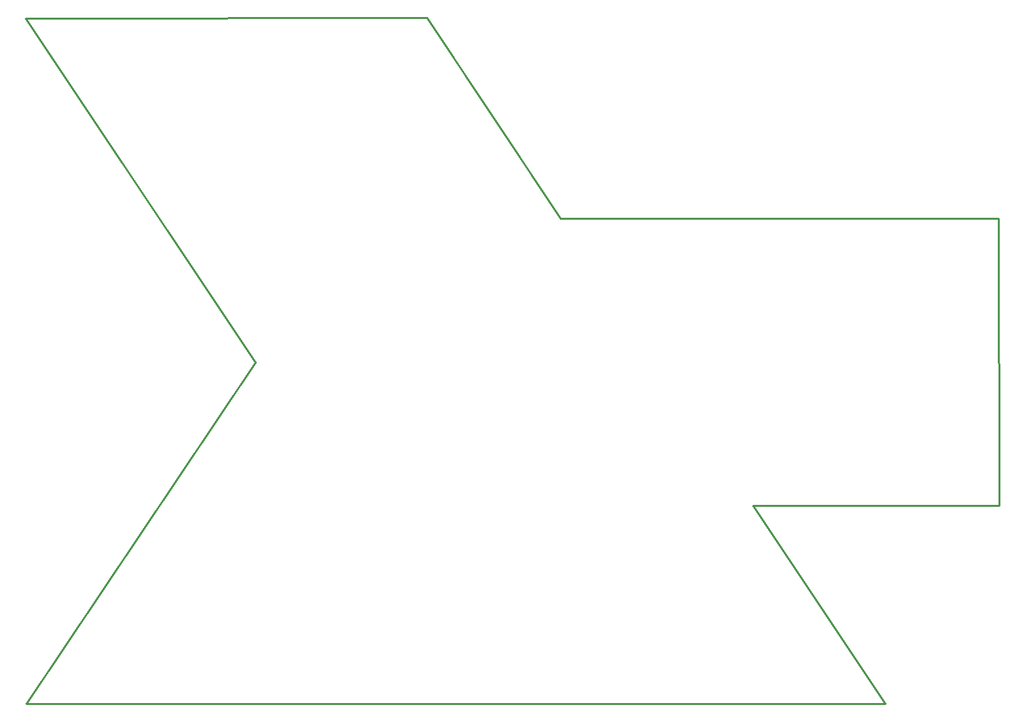
<source format=gbr>
G04*
G04 #@! TF.GenerationSoftware,Altium Limited,Altium Designer,20.2.6 (244)*
G04*
G04 Layer_Color=8388736*
%FSLAX44Y44*%
%MOMM*%
G71*
G04*
G04 #@! TF.SameCoordinates,0F27BA18-1C3A-4387-AE1D-EB8F93CB1518*
G04*
G04*
G04 #@! TF.FilePolarity,Positive*
G04*
G01*
G75*
%ADD52C,0.2500*%
D52*
X2354128Y1870006D02*
X2920830D01*
X2920914Y1498132D01*
X2602533Y1498000D02*
X2920914Y1498132D01*
X1663209Y1241298D02*
X2774025D01*
X2181011Y2129237D02*
X2354128Y1870006D01*
X1662057Y2128678D02*
X2181011Y2129237D01*
X1663209Y1241298D02*
X1959049Y1683646D01*
X1662057Y2128678D02*
X1959049Y1683646D01*
X2602533Y1498000D02*
X2774025Y1241298D01*
M02*

</source>
